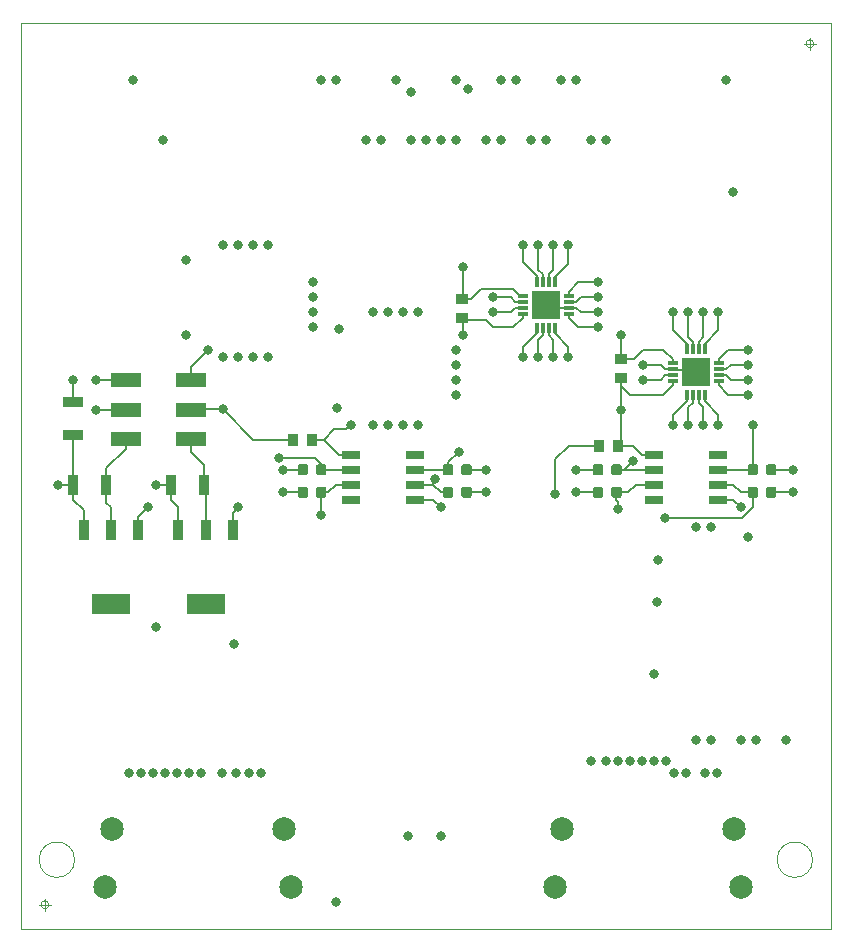
<source format=gbl>
%TF.GenerationSoftware,KiCad,Pcbnew,(5.1.5-0-10_14)*%
%TF.CreationDate,2020-01-10T14:35:19+01:00*%
%TF.ProjectId,adapter_hybrid_assister,61646170-7465-4725-9f68-79627269645f,rev?*%
%TF.SameCoordinates,PX6312cb0PY8accb70*%
%TF.FileFunction,Copper,L6,Bot*%
%TF.FilePolarity,Positive*%
%FSLAX45Y45*%
G04 Gerber Fmt 4.5, Leading zero omitted, Abs format (unit mm)*
G04 Created by KiCad (PCBNEW (5.1.5-0-10_14)) date 2020-01-10 14:35:19*
%MOMM*%
%LPD*%
G04 APERTURE LIST*
%TA.AperFunction,Profile*%
%ADD10C,0.050000*%
%TD*%
%TA.AperFunction,Profile*%
%ADD11C,0.100000*%
%TD*%
%TA.AperFunction,SMDPad,CuDef*%
%ADD12R,0.950000X1.000000*%
%TD*%
%TA.AperFunction,SMDPad,CuDef*%
%ADD13R,1.000000X0.950000*%
%TD*%
%TA.AperFunction,SMDPad,CuDef*%
%ADD14R,2.400000X2.400000*%
%TD*%
%TA.AperFunction,SMDPad,CuDef*%
%ADD15R,0.850000X0.300000*%
%TD*%
%TA.AperFunction,SMDPad,CuDef*%
%ADD16R,0.300000X0.850000*%
%TD*%
%TA.AperFunction,SMDPad,CuDef*%
%ADD17C,0.100000*%
%TD*%
%TA.AperFunction,SMDPad,CuDef*%
%ADD18R,0.914400X1.803400*%
%TD*%
%TA.AperFunction,SMDPad,CuDef*%
%ADD19R,1.803400X0.914400*%
%TD*%
%TA.AperFunction,ComponentPad*%
%ADD20C,1.995000*%
%TD*%
%TA.AperFunction,SMDPad,CuDef*%
%ADD21R,2.500000X1.200000*%
%TD*%
%TA.AperFunction,SMDPad,CuDef*%
%ADD22R,1.528000X0.650000*%
%TD*%
%TA.AperFunction,SMDPad,CuDef*%
%ADD23R,3.200000X1.750000*%
%TD*%
%TA.AperFunction,SMDPad,CuDef*%
%ADD24R,0.950000X1.750000*%
%TD*%
%TA.AperFunction,ViaPad*%
%ADD25C,0.800000*%
%TD*%
%TA.AperFunction,Conductor*%
%ADD26C,0.200000*%
%TD*%
G04 APERTURE END LIST*
D10*
X6713533Y7493000D02*
G75*
G03X6713533Y7493000I-33333J0D01*
G01*
X6630200Y7493000D02*
X6730200Y7493000D01*
X6680200Y7543000D02*
X6680200Y7443000D01*
X236533Y203200D02*
G75*
G03X236533Y203200I-33333J0D01*
G01*
X153200Y203200D02*
X253200Y203200D01*
X203200Y253200D02*
X203200Y153200D01*
X454800Y584200D02*
G75*
G03X454800Y584200I-150000J0D01*
G01*
X6703200Y584200D02*
G75*
G03X6703200Y584200I-150000J0D01*
G01*
X0Y0D02*
X0Y7670800D01*
X6858000Y7670800D02*
X6858000Y0D01*
D11*
X0Y7670800D02*
X6858000Y7670800D01*
X6858000Y0D02*
X0Y0D01*
D12*
%TO.P,C4,2*%
%TO.N,GNDREF*%
X2463800Y4140200D03*
%TO.P,C4,1*%
%TO.N,2.5V*%
X2303800Y4140200D03*
%TD*%
%TO.P,C5,2*%
%TO.N,GNDREF*%
X5054600Y4089400D03*
%TO.P,C5,1*%
%TO.N,2.5V*%
X4894600Y4089400D03*
%TD*%
D13*
%TO.P,C7,2*%
%TO.N,GNDREF*%
X3733800Y5174000D03*
%TO.P,C7,1*%
%TO.N,3.3V*%
X3733800Y5334000D03*
%TD*%
%TO.P,C9,2*%
%TO.N,GNDREF*%
X5080000Y4666000D03*
%TO.P,C9,1*%
%TO.N,3.3V*%
X5080000Y4826000D03*
%TD*%
D14*
%TO.P,U7,17*%
%TO.N,GNDREF*%
X4445000Y5283200D03*
D15*
%TO.P,U7,16*%
%TO.N,3.3V*%
X4640000Y5208200D03*
%TO.P,U7,15*%
%TO.N,GNDREF*%
X4640000Y5258200D03*
%TO.P,U7,14*%
%TO.N,3.3V*%
X4640000Y5308200D03*
%TO.P,U7,13*%
X4640000Y5358200D03*
D16*
%TO.P,U7,12*%
%TO.N,/D_OUT_M1_1P*%
X4520000Y5478200D03*
%TO.P,U7,11*%
%TO.N,/D_OUT_M1_1N*%
X4470000Y5478200D03*
%TO.P,U7,10*%
%TO.N,/D_OUT_M2_1P*%
X4420000Y5478200D03*
%TO.P,U7,9*%
%TO.N,/D_OUT_M2_1N*%
X4370000Y5478200D03*
D15*
%TO.P,U7,8*%
%TO.N,3.3V*%
X4250000Y5358200D03*
%TO.P,U7,7*%
%TO.N,GNDREF*%
X4250000Y5308200D03*
%TO.P,U7,6*%
%TO.N,EQ*%
X4250000Y5258200D03*
%TO.P,U7,5*%
%TO.N,GNDREF*%
X4250000Y5208200D03*
D16*
%TO.P,U7,4*%
%TO.N,H_DOUT_M2_1N*%
X4370000Y5088200D03*
%TO.P,U7,3*%
%TO.N,H_DOUT_M2_1P*%
X4420000Y5088200D03*
%TO.P,U7,2*%
%TO.N,H_DOUT_M1_1N*%
X4470000Y5088200D03*
%TO.P,U7,1*%
%TO.N,H_DOUT_M1_1P*%
X4520000Y5088200D03*
%TD*%
D14*
%TO.P,U9,17*%
%TO.N,GNDREF*%
X5715000Y4711700D03*
D15*
%TO.P,U9,16*%
%TO.N,3.3V*%
X5910000Y4636700D03*
%TO.P,U9,15*%
%TO.N,GNDREF*%
X5910000Y4686700D03*
%TO.P,U9,14*%
%TO.N,3.3V*%
X5910000Y4736700D03*
%TO.P,U9,13*%
X5910000Y4786700D03*
D16*
%TO.P,U9,12*%
%TO.N,D_OUT_M1_2P*%
X5790000Y4906700D03*
%TO.P,U9,11*%
%TO.N,D_OUT_M1_2N*%
X5740000Y4906700D03*
%TO.P,U9,10*%
%TO.N,D_OUT_M2_2P*%
X5690000Y4906700D03*
%TO.P,U9,9*%
%TO.N,D_OUT_M2_2N*%
X5640000Y4906700D03*
D15*
%TO.P,U9,8*%
%TO.N,3.3V*%
X5520000Y4786700D03*
%TO.P,U9,7*%
%TO.N,GNDREF*%
X5520000Y4736700D03*
%TO.P,U9,6*%
%TO.N,EQ*%
X5520000Y4686700D03*
%TO.P,U9,5*%
%TO.N,GNDREF*%
X5520000Y4636700D03*
D16*
%TO.P,U9,4*%
%TO.N,H_DOUT_M2_2N*%
X5640000Y4516700D03*
%TO.P,U9,3*%
%TO.N,H_DOUT_M2_2P*%
X5690000Y4516700D03*
%TO.P,U9,2*%
%TO.N,H_DOUT_M1_2N*%
X5740000Y4516700D03*
%TO.P,U9,1*%
%TO.N,H_DOUT_M1_2P*%
X5790000Y4516700D03*
%TD*%
%TA.AperFunction,SMDPad,CuDef*%
D17*
%TO.P,R41,2*%
%TO.N,SDA0B_1*%
G36*
X2567769Y3933595D02*
G01*
X2569893Y3933280D01*
X2571975Y3932758D01*
X2573996Y3932035D01*
X2575937Y3931117D01*
X2577778Y3930013D01*
X2579502Y3928735D01*
X2581093Y3927293D01*
X2582535Y3925702D01*
X2583813Y3923978D01*
X2584917Y3922137D01*
X2585835Y3920196D01*
X2586558Y3918175D01*
X2587080Y3916093D01*
X2587395Y3913969D01*
X2587500Y3911825D01*
X2587500Y3860575D01*
X2587395Y3858431D01*
X2587080Y3856307D01*
X2586558Y3854225D01*
X2585835Y3852204D01*
X2584917Y3850263D01*
X2583813Y3848422D01*
X2582535Y3846698D01*
X2581093Y3845107D01*
X2579502Y3843665D01*
X2577778Y3842387D01*
X2575937Y3841283D01*
X2573996Y3840365D01*
X2571975Y3839642D01*
X2569893Y3839120D01*
X2567769Y3838805D01*
X2565625Y3838700D01*
X2521875Y3838700D01*
X2519731Y3838805D01*
X2517607Y3839120D01*
X2515525Y3839642D01*
X2513504Y3840365D01*
X2511563Y3841283D01*
X2509722Y3842387D01*
X2507998Y3843665D01*
X2506407Y3845107D01*
X2504965Y3846698D01*
X2503687Y3848422D01*
X2502583Y3850263D01*
X2501665Y3852204D01*
X2500942Y3854225D01*
X2500420Y3856307D01*
X2500105Y3858431D01*
X2500000Y3860575D01*
X2500000Y3911825D01*
X2500105Y3913969D01*
X2500420Y3916093D01*
X2500942Y3918175D01*
X2501665Y3920196D01*
X2502583Y3922137D01*
X2503687Y3923978D01*
X2504965Y3925702D01*
X2506407Y3927293D01*
X2507998Y3928735D01*
X2509722Y3930013D01*
X2511563Y3931117D01*
X2513504Y3932035D01*
X2515525Y3932758D01*
X2517607Y3933280D01*
X2519731Y3933595D01*
X2521875Y3933700D01*
X2565625Y3933700D01*
X2567769Y3933595D01*
G37*
%TD.AperFunction*%
%TA.AperFunction,SMDPad,CuDef*%
%TO.P,R41,1*%
%TO.N,3.3V*%
G36*
X2410269Y3933595D02*
G01*
X2412393Y3933280D01*
X2414475Y3932758D01*
X2416496Y3932035D01*
X2418437Y3931117D01*
X2420278Y3930013D01*
X2422002Y3928735D01*
X2423593Y3927293D01*
X2425035Y3925702D01*
X2426313Y3923978D01*
X2427417Y3922137D01*
X2428335Y3920196D01*
X2429058Y3918175D01*
X2429580Y3916093D01*
X2429895Y3913969D01*
X2430000Y3911825D01*
X2430000Y3860575D01*
X2429895Y3858431D01*
X2429580Y3856307D01*
X2429058Y3854225D01*
X2428335Y3852204D01*
X2427417Y3850263D01*
X2426313Y3848422D01*
X2425035Y3846698D01*
X2423593Y3845107D01*
X2422002Y3843665D01*
X2420278Y3842387D01*
X2418437Y3841283D01*
X2416496Y3840365D01*
X2414475Y3839642D01*
X2412393Y3839120D01*
X2410269Y3838805D01*
X2408125Y3838700D01*
X2364375Y3838700D01*
X2362231Y3838805D01*
X2360107Y3839120D01*
X2358025Y3839642D01*
X2356004Y3840365D01*
X2354063Y3841283D01*
X2352222Y3842387D01*
X2350498Y3843665D01*
X2348907Y3845107D01*
X2347465Y3846698D01*
X2346187Y3848422D01*
X2345083Y3850263D01*
X2344165Y3852204D01*
X2343442Y3854225D01*
X2342920Y3856307D01*
X2342605Y3858431D01*
X2342500Y3860575D01*
X2342500Y3911825D01*
X2342605Y3913969D01*
X2342920Y3916093D01*
X2343442Y3918175D01*
X2344165Y3920196D01*
X2345083Y3922137D01*
X2346187Y3923978D01*
X2347465Y3925702D01*
X2348907Y3927293D01*
X2350498Y3928735D01*
X2352222Y3930013D01*
X2354063Y3931117D01*
X2356004Y3932035D01*
X2358025Y3932758D01*
X2360107Y3933280D01*
X2362231Y3933595D01*
X2364375Y3933700D01*
X2408125Y3933700D01*
X2410269Y3933595D01*
G37*
%TD.AperFunction*%
%TD*%
%TA.AperFunction,SMDPad,CuDef*%
%TO.P,R42,2*%
%TO.N,SCL0B_1*%
G36*
X3639769Y3933595D02*
G01*
X3641893Y3933280D01*
X3643975Y3932758D01*
X3645996Y3932035D01*
X3647937Y3931117D01*
X3649778Y3930013D01*
X3651502Y3928735D01*
X3653093Y3927293D01*
X3654535Y3925702D01*
X3655813Y3923978D01*
X3656917Y3922137D01*
X3657835Y3920196D01*
X3658558Y3918175D01*
X3659080Y3916093D01*
X3659395Y3913969D01*
X3659500Y3911825D01*
X3659500Y3860575D01*
X3659395Y3858431D01*
X3659080Y3856307D01*
X3658558Y3854225D01*
X3657835Y3852204D01*
X3656917Y3850263D01*
X3655813Y3848422D01*
X3654535Y3846698D01*
X3653093Y3845107D01*
X3651502Y3843665D01*
X3649778Y3842387D01*
X3647937Y3841283D01*
X3645996Y3840365D01*
X3643975Y3839642D01*
X3641893Y3839120D01*
X3639769Y3838805D01*
X3637625Y3838700D01*
X3593875Y3838700D01*
X3591731Y3838805D01*
X3589607Y3839120D01*
X3587525Y3839642D01*
X3585504Y3840365D01*
X3583563Y3841283D01*
X3581722Y3842387D01*
X3579998Y3843665D01*
X3578407Y3845107D01*
X3576965Y3846698D01*
X3575687Y3848422D01*
X3574583Y3850263D01*
X3573665Y3852204D01*
X3572942Y3854225D01*
X3572420Y3856307D01*
X3572105Y3858431D01*
X3572000Y3860575D01*
X3572000Y3911825D01*
X3572105Y3913969D01*
X3572420Y3916093D01*
X3572942Y3918175D01*
X3573665Y3920196D01*
X3574583Y3922137D01*
X3575687Y3923978D01*
X3576965Y3925702D01*
X3578407Y3927293D01*
X3579998Y3928735D01*
X3581722Y3930013D01*
X3583563Y3931117D01*
X3585504Y3932035D01*
X3587525Y3932758D01*
X3589607Y3933280D01*
X3591731Y3933595D01*
X3593875Y3933700D01*
X3637625Y3933700D01*
X3639769Y3933595D01*
G37*
%TD.AperFunction*%
%TA.AperFunction,SMDPad,CuDef*%
%TO.P,R42,1*%
%TO.N,3.3V*%
G36*
X3797269Y3933595D02*
G01*
X3799393Y3933280D01*
X3801475Y3932758D01*
X3803496Y3932035D01*
X3805437Y3931117D01*
X3807278Y3930013D01*
X3809002Y3928735D01*
X3810593Y3927293D01*
X3812035Y3925702D01*
X3813313Y3923978D01*
X3814417Y3922137D01*
X3815335Y3920196D01*
X3816058Y3918175D01*
X3816580Y3916093D01*
X3816895Y3913969D01*
X3817000Y3911825D01*
X3817000Y3860575D01*
X3816895Y3858431D01*
X3816580Y3856307D01*
X3816058Y3854225D01*
X3815335Y3852204D01*
X3814417Y3850263D01*
X3813313Y3848422D01*
X3812035Y3846698D01*
X3810593Y3845107D01*
X3809002Y3843665D01*
X3807278Y3842387D01*
X3805437Y3841283D01*
X3803496Y3840365D01*
X3801475Y3839642D01*
X3799393Y3839120D01*
X3797269Y3838805D01*
X3795125Y3838700D01*
X3751375Y3838700D01*
X3749231Y3838805D01*
X3747107Y3839120D01*
X3745025Y3839642D01*
X3743004Y3840365D01*
X3741063Y3841283D01*
X3739222Y3842387D01*
X3737498Y3843665D01*
X3735907Y3845107D01*
X3734465Y3846698D01*
X3733187Y3848422D01*
X3732083Y3850263D01*
X3731165Y3852204D01*
X3730442Y3854225D01*
X3729920Y3856307D01*
X3729605Y3858431D01*
X3729500Y3860575D01*
X3729500Y3911825D01*
X3729605Y3913969D01*
X3729920Y3916093D01*
X3730442Y3918175D01*
X3731165Y3920196D01*
X3732083Y3922137D01*
X3733187Y3923978D01*
X3734465Y3925702D01*
X3735907Y3927293D01*
X3737498Y3928735D01*
X3739222Y3930013D01*
X3741063Y3931117D01*
X3743004Y3932035D01*
X3745025Y3932758D01*
X3747107Y3933280D01*
X3749231Y3933595D01*
X3751375Y3933700D01*
X3795125Y3933700D01*
X3797269Y3933595D01*
G37*
%TD.AperFunction*%
%TD*%
%TA.AperFunction,SMDPad,CuDef*%
%TO.P,R43,2*%
%TO.N,H_SDA0B_1*%
G36*
X2567769Y3743095D02*
G01*
X2569893Y3742780D01*
X2571975Y3742258D01*
X2573996Y3741535D01*
X2575937Y3740617D01*
X2577778Y3739513D01*
X2579502Y3738235D01*
X2581093Y3736793D01*
X2582535Y3735202D01*
X2583813Y3733478D01*
X2584917Y3731637D01*
X2585835Y3729696D01*
X2586558Y3727675D01*
X2587080Y3725593D01*
X2587395Y3723469D01*
X2587500Y3721325D01*
X2587500Y3670075D01*
X2587395Y3667931D01*
X2587080Y3665807D01*
X2586558Y3663725D01*
X2585835Y3661704D01*
X2584917Y3659763D01*
X2583813Y3657922D01*
X2582535Y3656198D01*
X2581093Y3654607D01*
X2579502Y3653165D01*
X2577778Y3651887D01*
X2575937Y3650783D01*
X2573996Y3649865D01*
X2571975Y3649142D01*
X2569893Y3648620D01*
X2567769Y3648305D01*
X2565625Y3648200D01*
X2521875Y3648200D01*
X2519731Y3648305D01*
X2517607Y3648620D01*
X2515525Y3649142D01*
X2513504Y3649865D01*
X2511563Y3650783D01*
X2509722Y3651887D01*
X2507998Y3653165D01*
X2506407Y3654607D01*
X2504965Y3656198D01*
X2503687Y3657922D01*
X2502583Y3659763D01*
X2501665Y3661704D01*
X2500942Y3663725D01*
X2500420Y3665807D01*
X2500105Y3667931D01*
X2500000Y3670075D01*
X2500000Y3721325D01*
X2500105Y3723469D01*
X2500420Y3725593D01*
X2500942Y3727675D01*
X2501665Y3729696D01*
X2502583Y3731637D01*
X2503687Y3733478D01*
X2504965Y3735202D01*
X2506407Y3736793D01*
X2507998Y3738235D01*
X2509722Y3739513D01*
X2511563Y3740617D01*
X2513504Y3741535D01*
X2515525Y3742258D01*
X2517607Y3742780D01*
X2519731Y3743095D01*
X2521875Y3743200D01*
X2565625Y3743200D01*
X2567769Y3743095D01*
G37*
%TD.AperFunction*%
%TA.AperFunction,SMDPad,CuDef*%
%TO.P,R43,1*%
%TO.N,2.5V*%
G36*
X2410269Y3743095D02*
G01*
X2412393Y3742780D01*
X2414475Y3742258D01*
X2416496Y3741535D01*
X2418437Y3740617D01*
X2420278Y3739513D01*
X2422002Y3738235D01*
X2423593Y3736793D01*
X2425035Y3735202D01*
X2426313Y3733478D01*
X2427417Y3731637D01*
X2428335Y3729696D01*
X2429058Y3727675D01*
X2429580Y3725593D01*
X2429895Y3723469D01*
X2430000Y3721325D01*
X2430000Y3670075D01*
X2429895Y3667931D01*
X2429580Y3665807D01*
X2429058Y3663725D01*
X2428335Y3661704D01*
X2427417Y3659763D01*
X2426313Y3657922D01*
X2425035Y3656198D01*
X2423593Y3654607D01*
X2422002Y3653165D01*
X2420278Y3651887D01*
X2418437Y3650783D01*
X2416496Y3649865D01*
X2414475Y3649142D01*
X2412393Y3648620D01*
X2410269Y3648305D01*
X2408125Y3648200D01*
X2364375Y3648200D01*
X2362231Y3648305D01*
X2360107Y3648620D01*
X2358025Y3649142D01*
X2356004Y3649865D01*
X2354063Y3650783D01*
X2352222Y3651887D01*
X2350498Y3653165D01*
X2348907Y3654607D01*
X2347465Y3656198D01*
X2346187Y3657922D01*
X2345083Y3659763D01*
X2344165Y3661704D01*
X2343442Y3663725D01*
X2342920Y3665807D01*
X2342605Y3667931D01*
X2342500Y3670075D01*
X2342500Y3721325D01*
X2342605Y3723469D01*
X2342920Y3725593D01*
X2343442Y3727675D01*
X2344165Y3729696D01*
X2345083Y3731637D01*
X2346187Y3733478D01*
X2347465Y3735202D01*
X2348907Y3736793D01*
X2350498Y3738235D01*
X2352222Y3739513D01*
X2354063Y3740617D01*
X2356004Y3741535D01*
X2358025Y3742258D01*
X2360107Y3742780D01*
X2362231Y3743095D01*
X2364375Y3743200D01*
X2408125Y3743200D01*
X2410269Y3743095D01*
G37*
%TD.AperFunction*%
%TD*%
%TA.AperFunction,SMDPad,CuDef*%
%TO.P,R44,2*%
%TO.N,H_SCL0B_1*%
G36*
X3639769Y3743095D02*
G01*
X3641893Y3742780D01*
X3643975Y3742258D01*
X3645996Y3741535D01*
X3647937Y3740617D01*
X3649778Y3739513D01*
X3651502Y3738235D01*
X3653093Y3736793D01*
X3654535Y3735202D01*
X3655813Y3733478D01*
X3656917Y3731637D01*
X3657835Y3729696D01*
X3658558Y3727675D01*
X3659080Y3725593D01*
X3659395Y3723469D01*
X3659500Y3721325D01*
X3659500Y3670075D01*
X3659395Y3667931D01*
X3659080Y3665807D01*
X3658558Y3663725D01*
X3657835Y3661704D01*
X3656917Y3659763D01*
X3655813Y3657922D01*
X3654535Y3656198D01*
X3653093Y3654607D01*
X3651502Y3653165D01*
X3649778Y3651887D01*
X3647937Y3650783D01*
X3645996Y3649865D01*
X3643975Y3649142D01*
X3641893Y3648620D01*
X3639769Y3648305D01*
X3637625Y3648200D01*
X3593875Y3648200D01*
X3591731Y3648305D01*
X3589607Y3648620D01*
X3587525Y3649142D01*
X3585504Y3649865D01*
X3583563Y3650783D01*
X3581722Y3651887D01*
X3579998Y3653165D01*
X3578407Y3654607D01*
X3576965Y3656198D01*
X3575687Y3657922D01*
X3574583Y3659763D01*
X3573665Y3661704D01*
X3572942Y3663725D01*
X3572420Y3665807D01*
X3572105Y3667931D01*
X3572000Y3670075D01*
X3572000Y3721325D01*
X3572105Y3723469D01*
X3572420Y3725593D01*
X3572942Y3727675D01*
X3573665Y3729696D01*
X3574583Y3731637D01*
X3575687Y3733478D01*
X3576965Y3735202D01*
X3578407Y3736793D01*
X3579998Y3738235D01*
X3581722Y3739513D01*
X3583563Y3740617D01*
X3585504Y3741535D01*
X3587525Y3742258D01*
X3589607Y3742780D01*
X3591731Y3743095D01*
X3593875Y3743200D01*
X3637625Y3743200D01*
X3639769Y3743095D01*
G37*
%TD.AperFunction*%
%TA.AperFunction,SMDPad,CuDef*%
%TO.P,R44,1*%
%TO.N,2.5V*%
G36*
X3797269Y3743095D02*
G01*
X3799393Y3742780D01*
X3801475Y3742258D01*
X3803496Y3741535D01*
X3805437Y3740617D01*
X3807278Y3739513D01*
X3809002Y3738235D01*
X3810593Y3736793D01*
X3812035Y3735202D01*
X3813313Y3733478D01*
X3814417Y3731637D01*
X3815335Y3729696D01*
X3816058Y3727675D01*
X3816580Y3725593D01*
X3816895Y3723469D01*
X3817000Y3721325D01*
X3817000Y3670075D01*
X3816895Y3667931D01*
X3816580Y3665807D01*
X3816058Y3663725D01*
X3815335Y3661704D01*
X3814417Y3659763D01*
X3813313Y3657922D01*
X3812035Y3656198D01*
X3810593Y3654607D01*
X3809002Y3653165D01*
X3807278Y3651887D01*
X3805437Y3650783D01*
X3803496Y3649865D01*
X3801475Y3649142D01*
X3799393Y3648620D01*
X3797269Y3648305D01*
X3795125Y3648200D01*
X3751375Y3648200D01*
X3749231Y3648305D01*
X3747107Y3648620D01*
X3745025Y3649142D01*
X3743004Y3649865D01*
X3741063Y3650783D01*
X3739222Y3651887D01*
X3737498Y3653165D01*
X3735907Y3654607D01*
X3734465Y3656198D01*
X3733187Y3657922D01*
X3732083Y3659763D01*
X3731165Y3661704D01*
X3730442Y3663725D01*
X3729920Y3665807D01*
X3729605Y3667931D01*
X3729500Y3670075D01*
X3729500Y3721325D01*
X3729605Y3723469D01*
X3729920Y3725593D01*
X3730442Y3727675D01*
X3731165Y3729696D01*
X3732083Y3731637D01*
X3733187Y3733478D01*
X3734465Y3735202D01*
X3735907Y3736793D01*
X3737498Y3738235D01*
X3739222Y3739513D01*
X3741063Y3740617D01*
X3743004Y3741535D01*
X3745025Y3742258D01*
X3747107Y3742780D01*
X3749231Y3743095D01*
X3751375Y3743200D01*
X3795125Y3743200D01*
X3797269Y3743095D01*
G37*
%TD.AperFunction*%
%TD*%
%TA.AperFunction,SMDPad,CuDef*%
%TO.P,R51,2*%
%TO.N,SDA0B_2*%
G36*
X5067269Y3933595D02*
G01*
X5069393Y3933280D01*
X5071475Y3932758D01*
X5073496Y3932035D01*
X5075437Y3931117D01*
X5077278Y3930013D01*
X5079002Y3928735D01*
X5080593Y3927293D01*
X5082035Y3925702D01*
X5083313Y3923978D01*
X5084417Y3922137D01*
X5085335Y3920196D01*
X5086058Y3918175D01*
X5086580Y3916093D01*
X5086895Y3913969D01*
X5087000Y3911825D01*
X5087000Y3860575D01*
X5086895Y3858431D01*
X5086580Y3856307D01*
X5086058Y3854225D01*
X5085335Y3852204D01*
X5084417Y3850263D01*
X5083313Y3848422D01*
X5082035Y3846698D01*
X5080593Y3845107D01*
X5079002Y3843665D01*
X5077278Y3842387D01*
X5075437Y3841283D01*
X5073496Y3840365D01*
X5071475Y3839642D01*
X5069393Y3839120D01*
X5067269Y3838805D01*
X5065125Y3838700D01*
X5021375Y3838700D01*
X5019231Y3838805D01*
X5017107Y3839120D01*
X5015025Y3839642D01*
X5013004Y3840365D01*
X5011063Y3841283D01*
X5009222Y3842387D01*
X5007498Y3843665D01*
X5005907Y3845107D01*
X5004465Y3846698D01*
X5003187Y3848422D01*
X5002083Y3850263D01*
X5001165Y3852204D01*
X5000442Y3854225D01*
X4999920Y3856307D01*
X4999605Y3858431D01*
X4999500Y3860575D01*
X4999500Y3911825D01*
X4999605Y3913969D01*
X4999920Y3916093D01*
X5000442Y3918175D01*
X5001165Y3920196D01*
X5002083Y3922137D01*
X5003187Y3923978D01*
X5004465Y3925702D01*
X5005907Y3927293D01*
X5007498Y3928735D01*
X5009222Y3930013D01*
X5011063Y3931117D01*
X5013004Y3932035D01*
X5015025Y3932758D01*
X5017107Y3933280D01*
X5019231Y3933595D01*
X5021375Y3933700D01*
X5065125Y3933700D01*
X5067269Y3933595D01*
G37*
%TD.AperFunction*%
%TA.AperFunction,SMDPad,CuDef*%
%TO.P,R51,1*%
%TO.N,3.3V*%
G36*
X4909769Y3933595D02*
G01*
X4911893Y3933280D01*
X4913975Y3932758D01*
X4915996Y3932035D01*
X4917937Y3931117D01*
X4919778Y3930013D01*
X4921502Y3928735D01*
X4923093Y3927293D01*
X4924535Y3925702D01*
X4925813Y3923978D01*
X4926917Y3922137D01*
X4927835Y3920196D01*
X4928558Y3918175D01*
X4929080Y3916093D01*
X4929395Y3913969D01*
X4929500Y3911825D01*
X4929500Y3860575D01*
X4929395Y3858431D01*
X4929080Y3856307D01*
X4928558Y3854225D01*
X4927835Y3852204D01*
X4926917Y3850263D01*
X4925813Y3848422D01*
X4924535Y3846698D01*
X4923093Y3845107D01*
X4921502Y3843665D01*
X4919778Y3842387D01*
X4917937Y3841283D01*
X4915996Y3840365D01*
X4913975Y3839642D01*
X4911893Y3839120D01*
X4909769Y3838805D01*
X4907625Y3838700D01*
X4863875Y3838700D01*
X4861731Y3838805D01*
X4859607Y3839120D01*
X4857525Y3839642D01*
X4855504Y3840365D01*
X4853563Y3841283D01*
X4851722Y3842387D01*
X4849998Y3843665D01*
X4848407Y3845107D01*
X4846965Y3846698D01*
X4845687Y3848422D01*
X4844583Y3850263D01*
X4843665Y3852204D01*
X4842942Y3854225D01*
X4842420Y3856307D01*
X4842105Y3858431D01*
X4842000Y3860575D01*
X4842000Y3911825D01*
X4842105Y3913969D01*
X4842420Y3916093D01*
X4842942Y3918175D01*
X4843665Y3920196D01*
X4844583Y3922137D01*
X4845687Y3923978D01*
X4846965Y3925702D01*
X4848407Y3927293D01*
X4849998Y3928735D01*
X4851722Y3930013D01*
X4853563Y3931117D01*
X4855504Y3932035D01*
X4857525Y3932758D01*
X4859607Y3933280D01*
X4861731Y3933595D01*
X4863875Y3933700D01*
X4907625Y3933700D01*
X4909769Y3933595D01*
G37*
%TD.AperFunction*%
%TD*%
%TA.AperFunction,SMDPad,CuDef*%
%TO.P,R52,2*%
%TO.N,SCL0B_2*%
G36*
X6220269Y3933595D02*
G01*
X6222393Y3933280D01*
X6224475Y3932758D01*
X6226496Y3932035D01*
X6228437Y3931117D01*
X6230278Y3930013D01*
X6232002Y3928735D01*
X6233593Y3927293D01*
X6235035Y3925702D01*
X6236313Y3923978D01*
X6237417Y3922137D01*
X6238335Y3920196D01*
X6239058Y3918175D01*
X6239580Y3916093D01*
X6239895Y3913969D01*
X6240000Y3911825D01*
X6240000Y3860575D01*
X6239895Y3858431D01*
X6239580Y3856307D01*
X6239058Y3854225D01*
X6238335Y3852204D01*
X6237417Y3850263D01*
X6236313Y3848422D01*
X6235035Y3846698D01*
X6233593Y3845107D01*
X6232002Y3843665D01*
X6230278Y3842387D01*
X6228437Y3841283D01*
X6226496Y3840365D01*
X6224475Y3839642D01*
X6222393Y3839120D01*
X6220269Y3838805D01*
X6218125Y3838700D01*
X6174375Y3838700D01*
X6172231Y3838805D01*
X6170107Y3839120D01*
X6168025Y3839642D01*
X6166004Y3840365D01*
X6164063Y3841283D01*
X6162222Y3842387D01*
X6160498Y3843665D01*
X6158907Y3845107D01*
X6157465Y3846698D01*
X6156187Y3848422D01*
X6155083Y3850263D01*
X6154165Y3852204D01*
X6153442Y3854225D01*
X6152920Y3856307D01*
X6152605Y3858431D01*
X6152500Y3860575D01*
X6152500Y3911825D01*
X6152605Y3913969D01*
X6152920Y3916093D01*
X6153442Y3918175D01*
X6154165Y3920196D01*
X6155083Y3922137D01*
X6156187Y3923978D01*
X6157465Y3925702D01*
X6158907Y3927293D01*
X6160498Y3928735D01*
X6162222Y3930013D01*
X6164063Y3931117D01*
X6166004Y3932035D01*
X6168025Y3932758D01*
X6170107Y3933280D01*
X6172231Y3933595D01*
X6174375Y3933700D01*
X6218125Y3933700D01*
X6220269Y3933595D01*
G37*
%TD.AperFunction*%
%TA.AperFunction,SMDPad,CuDef*%
%TO.P,R52,1*%
%TO.N,3.3V*%
G36*
X6377769Y3933595D02*
G01*
X6379893Y3933280D01*
X6381975Y3932758D01*
X6383996Y3932035D01*
X6385937Y3931117D01*
X6387778Y3930013D01*
X6389502Y3928735D01*
X6391093Y3927293D01*
X6392535Y3925702D01*
X6393813Y3923978D01*
X6394917Y3922137D01*
X6395835Y3920196D01*
X6396558Y3918175D01*
X6397080Y3916093D01*
X6397395Y3913969D01*
X6397500Y3911825D01*
X6397500Y3860575D01*
X6397395Y3858431D01*
X6397080Y3856307D01*
X6396558Y3854225D01*
X6395835Y3852204D01*
X6394917Y3850263D01*
X6393813Y3848422D01*
X6392535Y3846698D01*
X6391093Y3845107D01*
X6389502Y3843665D01*
X6387778Y3842387D01*
X6385937Y3841283D01*
X6383996Y3840365D01*
X6381975Y3839642D01*
X6379893Y3839120D01*
X6377769Y3838805D01*
X6375625Y3838700D01*
X6331875Y3838700D01*
X6329731Y3838805D01*
X6327607Y3839120D01*
X6325525Y3839642D01*
X6323504Y3840365D01*
X6321563Y3841283D01*
X6319722Y3842387D01*
X6317998Y3843665D01*
X6316407Y3845107D01*
X6314965Y3846698D01*
X6313687Y3848422D01*
X6312583Y3850263D01*
X6311665Y3852204D01*
X6310942Y3854225D01*
X6310420Y3856307D01*
X6310105Y3858431D01*
X6310000Y3860575D01*
X6310000Y3911825D01*
X6310105Y3913969D01*
X6310420Y3916093D01*
X6310942Y3918175D01*
X6311665Y3920196D01*
X6312583Y3922137D01*
X6313687Y3923978D01*
X6314965Y3925702D01*
X6316407Y3927293D01*
X6317998Y3928735D01*
X6319722Y3930013D01*
X6321563Y3931117D01*
X6323504Y3932035D01*
X6325525Y3932758D01*
X6327607Y3933280D01*
X6329731Y3933595D01*
X6331875Y3933700D01*
X6375625Y3933700D01*
X6377769Y3933595D01*
G37*
%TD.AperFunction*%
%TD*%
%TA.AperFunction,SMDPad,CuDef*%
%TO.P,R53,2*%
%TO.N,H_SDA0B_2*%
G36*
X5067269Y3743095D02*
G01*
X5069393Y3742780D01*
X5071475Y3742258D01*
X5073496Y3741535D01*
X5075437Y3740617D01*
X5077278Y3739513D01*
X5079002Y3738235D01*
X5080593Y3736793D01*
X5082035Y3735202D01*
X5083313Y3733478D01*
X5084417Y3731637D01*
X5085335Y3729696D01*
X5086058Y3727675D01*
X5086580Y3725593D01*
X5086895Y3723469D01*
X5087000Y3721325D01*
X5087000Y3670075D01*
X5086895Y3667931D01*
X5086580Y3665807D01*
X5086058Y3663725D01*
X5085335Y3661704D01*
X5084417Y3659763D01*
X5083313Y3657922D01*
X5082035Y3656198D01*
X5080593Y3654607D01*
X5079002Y3653165D01*
X5077278Y3651887D01*
X5075437Y3650783D01*
X5073496Y3649865D01*
X5071475Y3649142D01*
X5069393Y3648620D01*
X5067269Y3648305D01*
X5065125Y3648200D01*
X5021375Y3648200D01*
X5019231Y3648305D01*
X5017107Y3648620D01*
X5015025Y3649142D01*
X5013004Y3649865D01*
X5011063Y3650783D01*
X5009222Y3651887D01*
X5007498Y3653165D01*
X5005907Y3654607D01*
X5004465Y3656198D01*
X5003187Y3657922D01*
X5002083Y3659763D01*
X5001165Y3661704D01*
X5000442Y3663725D01*
X4999920Y3665807D01*
X4999605Y3667931D01*
X4999500Y3670075D01*
X4999500Y3721325D01*
X4999605Y3723469D01*
X4999920Y3725593D01*
X5000442Y3727675D01*
X5001165Y3729696D01*
X5002083Y3731637D01*
X5003187Y3733478D01*
X5004465Y3735202D01*
X5005907Y3736793D01*
X5007498Y3738235D01*
X5009222Y3739513D01*
X5011063Y3740617D01*
X5013004Y3741535D01*
X5015025Y3742258D01*
X5017107Y3742780D01*
X5019231Y3743095D01*
X5021375Y3743200D01*
X5065125Y3743200D01*
X5067269Y3743095D01*
G37*
%TD.AperFunction*%
%TA.AperFunction,SMDPad,CuDef*%
%TO.P,R53,1*%
%TO.N,2.5V*%
G36*
X4909769Y3743095D02*
G01*
X4911893Y3742780D01*
X4913975Y3742258D01*
X4915996Y3741535D01*
X4917937Y3740617D01*
X4919778Y3739513D01*
X4921502Y3738235D01*
X4923093Y3736793D01*
X4924535Y3735202D01*
X4925813Y3733478D01*
X4926917Y3731637D01*
X4927835Y3729696D01*
X4928558Y3727675D01*
X4929080Y3725593D01*
X4929395Y3723469D01*
X4929500Y3721325D01*
X4929500Y3670075D01*
X4929395Y3667931D01*
X4929080Y3665807D01*
X4928558Y3663725D01*
X4927835Y3661704D01*
X4926917Y3659763D01*
X4925813Y3657922D01*
X4924535Y3656198D01*
X4923093Y3654607D01*
X4921502Y3653165D01*
X4919778Y3651887D01*
X4917937Y3650783D01*
X4915996Y3649865D01*
X4913975Y3649142D01*
X4911893Y3648620D01*
X4909769Y3648305D01*
X4907625Y3648200D01*
X4863875Y3648200D01*
X4861731Y3648305D01*
X4859607Y3648620D01*
X4857525Y3649142D01*
X4855504Y3649865D01*
X4853563Y3650783D01*
X4851722Y3651887D01*
X4849998Y3653165D01*
X4848407Y3654607D01*
X4846965Y3656198D01*
X4845687Y3657922D01*
X4844583Y3659763D01*
X4843665Y3661704D01*
X4842942Y3663725D01*
X4842420Y3665807D01*
X4842105Y3667931D01*
X4842000Y3670075D01*
X4842000Y3721325D01*
X4842105Y3723469D01*
X4842420Y3725593D01*
X4842942Y3727675D01*
X4843665Y3729696D01*
X4844583Y3731637D01*
X4845687Y3733478D01*
X4846965Y3735202D01*
X4848407Y3736793D01*
X4849998Y3738235D01*
X4851722Y3739513D01*
X4853563Y3740617D01*
X4855504Y3741535D01*
X4857525Y3742258D01*
X4859607Y3742780D01*
X4861731Y3743095D01*
X4863875Y3743200D01*
X4907625Y3743200D01*
X4909769Y3743095D01*
G37*
%TD.AperFunction*%
%TD*%
%TA.AperFunction,SMDPad,CuDef*%
%TO.P,R54,2*%
%TO.N,H_SCL0B_2*%
G36*
X6220269Y3743095D02*
G01*
X6222393Y3742780D01*
X6224475Y3742258D01*
X6226496Y3741535D01*
X6228437Y3740617D01*
X6230278Y3739513D01*
X6232002Y3738235D01*
X6233593Y3736793D01*
X6235035Y3735202D01*
X6236313Y3733478D01*
X6237417Y3731637D01*
X6238335Y3729696D01*
X6239058Y3727675D01*
X6239580Y3725593D01*
X6239895Y3723469D01*
X6240000Y3721325D01*
X6240000Y3670075D01*
X6239895Y3667931D01*
X6239580Y3665807D01*
X6239058Y3663725D01*
X6238335Y3661704D01*
X6237417Y3659763D01*
X6236313Y3657922D01*
X6235035Y3656198D01*
X6233593Y3654607D01*
X6232002Y3653165D01*
X6230278Y3651887D01*
X6228437Y3650783D01*
X6226496Y3649865D01*
X6224475Y3649142D01*
X6222393Y3648620D01*
X6220269Y3648305D01*
X6218125Y3648200D01*
X6174375Y3648200D01*
X6172231Y3648305D01*
X6170107Y3648620D01*
X6168025Y3649142D01*
X6166004Y3649865D01*
X6164063Y3650783D01*
X6162222Y3651887D01*
X6160498Y3653165D01*
X6158907Y3654607D01*
X6157465Y3656198D01*
X6156187Y3657922D01*
X6155083Y3659763D01*
X6154165Y3661704D01*
X6153442Y3663725D01*
X6152920Y3665807D01*
X6152605Y3667931D01*
X6152500Y3670075D01*
X6152500Y3721325D01*
X6152605Y3723469D01*
X6152920Y3725593D01*
X6153442Y3727675D01*
X6154165Y3729696D01*
X6155083Y3731637D01*
X6156187Y3733478D01*
X6157465Y3735202D01*
X6158907Y3736793D01*
X6160498Y3738235D01*
X6162222Y3739513D01*
X6164063Y3740617D01*
X6166004Y3741535D01*
X6168025Y3742258D01*
X6170107Y3742780D01*
X6172231Y3743095D01*
X6174375Y3743200D01*
X6218125Y3743200D01*
X6220269Y3743095D01*
G37*
%TD.AperFunction*%
%TA.AperFunction,SMDPad,CuDef*%
%TO.P,R54,1*%
%TO.N,2.5V*%
G36*
X6377769Y3743095D02*
G01*
X6379893Y3742780D01*
X6381975Y3742258D01*
X6383996Y3741535D01*
X6385937Y3740617D01*
X6387778Y3739513D01*
X6389502Y3738235D01*
X6391093Y3736793D01*
X6392535Y3735202D01*
X6393813Y3733478D01*
X6394917Y3731637D01*
X6395835Y3729696D01*
X6396558Y3727675D01*
X6397080Y3725593D01*
X6397395Y3723469D01*
X6397500Y3721325D01*
X6397500Y3670075D01*
X6397395Y3667931D01*
X6397080Y3665807D01*
X6396558Y3663725D01*
X6395835Y3661704D01*
X6394917Y3659763D01*
X6393813Y3657922D01*
X6392535Y3656198D01*
X6391093Y3654607D01*
X6389502Y3653165D01*
X6387778Y3651887D01*
X6385937Y3650783D01*
X6383996Y3649865D01*
X6381975Y3649142D01*
X6379893Y3648620D01*
X6377769Y3648305D01*
X6375625Y3648200D01*
X6331875Y3648200D01*
X6329731Y3648305D01*
X6327607Y3648620D01*
X6325525Y3649142D01*
X6323504Y3649865D01*
X6321563Y3650783D01*
X6319722Y3651887D01*
X6317998Y3653165D01*
X6316407Y3654607D01*
X6314965Y3656198D01*
X6313687Y3657922D01*
X6312583Y3659763D01*
X6311665Y3661704D01*
X6310942Y3663725D01*
X6310420Y3665807D01*
X6310105Y3667931D01*
X6310000Y3670075D01*
X6310000Y3721325D01*
X6310105Y3723469D01*
X6310420Y3725593D01*
X6310942Y3727675D01*
X6311665Y3729696D01*
X6312583Y3731637D01*
X6313687Y3733478D01*
X6314965Y3735202D01*
X6316407Y3736793D01*
X6317998Y3738235D01*
X6319722Y3739513D01*
X6321563Y3740617D01*
X6323504Y3741535D01*
X6325525Y3742258D01*
X6327607Y3742780D01*
X6329731Y3743095D01*
X6331875Y3743200D01*
X6375625Y3743200D01*
X6377769Y3743095D01*
G37*
%TD.AperFunction*%
%TD*%
D18*
%TO.P,C2,2*%
%TO.N,GNDREF*%
X444500Y3759200D03*
%TO.P,C2,1*%
%TO.N,3.3V_Supply*%
X723900Y3759200D03*
%TD*%
%TO.P,C3,2*%
%TO.N,GNDREF*%
X1270000Y3759200D03*
%TO.P,C3,1*%
%TO.N,2.5V_Supply*%
X1549400Y3759200D03*
%TD*%
D19*
%TO.P,C1,2*%
%TO.N,GNDREF*%
X444500Y4178300D03*
%TO.P,C1,1*%
%TO.N,/5.0V*%
X444500Y4457700D03*
%TD*%
D20*
%TO.P,J4,MH4*%
%TO.N,GNDREF*%
X6093900Y353800D03*
%TO.P,J4,MH3*%
X4523900Y353800D03*
%TO.P,J4,MH2*%
X6033900Y843800D03*
%TO.P,J4,MH1*%
X4583900Y843800D03*
%TD*%
%TO.P,J3,MH4*%
%TO.N,GNDREF*%
X2283900Y353800D03*
%TO.P,J3,MH3*%
X713900Y353800D03*
%TO.P,J3,MH2*%
X2223900Y843800D03*
%TO.P,J3,MH1*%
X773900Y843800D03*
%TD*%
D21*
%TO.P,S1,4*%
%TO.N,3.3V_FMC*%
X889000Y4644200D03*
%TO.P,S1,5*%
%TO.N,3.3V*%
X889000Y4394200D03*
%TO.P,S1,6*%
%TO.N,3.3V_Supply*%
X889000Y4144200D03*
%TO.P,S1,3*%
%TO.N,2.5V_Supply*%
X1439000Y4144200D03*
%TO.P,S1,2*%
%TO.N,2.5V*%
X1439000Y4394200D03*
%TO.P,S1,1*%
%TO.N,2.5V_VADJ_FMC*%
X1439000Y4644200D03*
%TD*%
D22*
%TO.P,U5,8*%
%TO.N,3.3V*%
X5905500Y3632200D03*
%TO.P,U5,7*%
%TO.N,H_SCL0B_2*%
X5905500Y3759200D03*
%TO.P,U5,6*%
%TO.N,SCL0B_2*%
X5905500Y3886200D03*
%TO.P,U5,5*%
%TO.N,N/C*%
X5905500Y4013200D03*
%TO.P,U5,4*%
%TO.N,GNDREF*%
X5363300Y4013200D03*
%TO.P,U5,3*%
%TO.N,SDA0B_2*%
X5363300Y3886200D03*
%TO.P,U5,2*%
%TO.N,H_SDA0B_2*%
X5363300Y3759200D03*
%TO.P,U5,1*%
%TO.N,N/C*%
X5363300Y3632200D03*
%TD*%
%TO.P,U4,8*%
%TO.N,3.3V*%
X3336200Y3632200D03*
%TO.P,U4,7*%
%TO.N,H_SCL0B_1*%
X3336200Y3759200D03*
%TO.P,U4,6*%
%TO.N,SCL0B_1*%
X3336200Y3886200D03*
%TO.P,U4,5*%
%TO.N,N/C*%
X3336200Y4013200D03*
%TO.P,U4,4*%
%TO.N,GNDREF*%
X2794000Y4013200D03*
%TO.P,U4,3*%
%TO.N,SDA0B_1*%
X2794000Y3886200D03*
%TO.P,U4,2*%
%TO.N,H_SDA0B_1*%
X2794000Y3759200D03*
%TO.P,U4,1*%
%TO.N,N/C*%
X2794000Y3632200D03*
%TD*%
D23*
%TO.P,U2,4*%
%TO.N,N/C*%
X1563500Y2748200D03*
D24*
%TO.P,U2,3*%
%TO.N,/5.0V*%
X1793500Y3378200D03*
%TO.P,U2,2*%
%TO.N,2.5V_Supply*%
X1563500Y3378200D03*
%TO.P,U2,1*%
%TO.N,GNDREF*%
X1333500Y3378200D03*
%TD*%
D23*
%TO.P,U1,4*%
%TO.N,N/C*%
X762000Y2748200D03*
D24*
%TO.P,U1,3*%
%TO.N,/5.0V*%
X992000Y3378200D03*
%TO.P,U1,2*%
%TO.N,3.3V_Supply*%
X762000Y3378200D03*
%TO.P,U1,1*%
%TO.N,GNDREF*%
X532000Y3378200D03*
%TD*%
D25*
%TO.N,GNDREF*%
X5969000Y7188200D03*
X6032500Y6235700D03*
X1397000Y5664200D03*
X2692400Y5079700D03*
X4000500Y5346700D03*
X3746500Y5029200D03*
X4889500Y5219700D03*
X6159500Y4648200D03*
X5270500Y4775200D03*
X317500Y3759200D03*
X1143000Y3759200D03*
X5715000Y1600200D03*
X5842000Y1600200D03*
X6477000Y1600200D03*
X4826000Y1422400D03*
X914400Y1320800D03*
X2667000Y228600D03*
X3556000Y787400D03*
X2794000Y4267200D03*
X5080000Y4394200D03*
%TO.N,2.5V*%
X1710500Y4398200D03*
X2222500Y3695700D03*
X3937000Y3695700D03*
X6540500Y3695700D03*
X4699000Y3695700D03*
X4521200Y3683000D03*
%TO.N,3.3V*%
X1397000Y5029200D03*
X3683000Y4902200D03*
X3683000Y4648200D03*
X3683000Y4521200D03*
X2680000Y4407200D03*
X3746500Y5600700D03*
X2476500Y5473700D03*
X2476500Y5219700D03*
X2476500Y5092700D03*
X4889500Y5473700D03*
X4889500Y5346700D03*
X4889500Y5092700D03*
X6159500Y4902200D03*
X6159500Y4775200D03*
X6159500Y4521200D03*
X5080000Y5029200D03*
X635000Y4394200D03*
X2222500Y3886200D03*
X3937000Y3886200D03*
X6540500Y3886200D03*
X4699000Y3886200D03*
X6096000Y3568700D03*
X3556000Y3568700D03*
X6159500Y3314700D03*
X5397500Y3124200D03*
X5384800Y2768600D03*
X5359400Y2159000D03*
%TO.N,/D_OUT_M1_1P*%
X4699000Y7188200D03*
X4635500Y5791200D03*
%TO.N,/D_OUT_M1_1N*%
X4572000Y7188200D03*
X4508500Y5791200D03*
%TO.N,/D_OUT_M2_1P*%
X4191000Y7188200D03*
X4381500Y5791200D03*
%TO.N,/D_OUT_M2_1N*%
X4064000Y7188200D03*
X4254500Y5791200D03*
%TO.N,TRG_1P*%
X2095500Y5791200D03*
X3784600Y7112000D03*
%TO.N,TRG_1N*%
X3683000Y7188200D03*
X1968500Y5791200D03*
%TO.N,BCLK_1P*%
X1841500Y5791200D03*
X3302000Y7086600D03*
%TO.N,BCLK_1N*%
X3175000Y7188200D03*
X1714500Y5791200D03*
%TO.N,SDA0B_1*%
X2540000Y7188200D03*
X2184400Y3987800D03*
%TO.N,SCL0B_1*%
X2667000Y7188200D03*
X3706900Y4038600D03*
%TO.N,3.3V_FMC*%
X952500Y7188200D03*
X635000Y4648200D03*
%TO.N,D_OUT_M1_2P*%
X4953000Y6680200D03*
X5905500Y5219700D03*
%TO.N,D_OUT_M1_2N*%
X4826000Y6680200D03*
X5778500Y5219700D03*
%TO.N,D_OUT_M2_2P*%
X4445000Y6680200D03*
X5651500Y5219700D03*
%TO.N,D_OUT_M2_2N*%
X4318000Y6680200D03*
X5524500Y5219700D03*
%TO.N,TRG_2P*%
X4064000Y6680200D03*
X3365500Y5219700D03*
%TO.N,TRG_2N*%
X3937000Y6680200D03*
X3238500Y5219700D03*
%TO.N,BCLK_2P*%
X3683000Y6680200D03*
X3111500Y5219700D03*
%TO.N,BCLK_2N*%
X3556000Y6680200D03*
X2984500Y5219700D03*
%TO.N,SDA0B_2*%
X3302000Y6680200D03*
X3302000Y6680200D03*
X5181600Y3962400D03*
%TO.N,SCL0B_2*%
X3429000Y6680200D03*
X3429000Y6680200D03*
X6200000Y4264800D03*
%TO.N,SCL1B*%
X3048000Y6680200D03*
X5842000Y3403600D03*
%TO.N,SDA1B*%
X2921000Y6680200D03*
X5715000Y3403600D03*
%TO.N,2.5V_VADJ_FMC*%
X1206500Y6680200D03*
X1587500Y4902200D03*
%TO.N,H_DOUT_M1_1P*%
X4635500Y4838700D03*
X2032000Y1320800D03*
%TO.N,H_DOUT_M1_1N*%
X4508500Y4838700D03*
X1930400Y1320800D03*
%TO.N,H_DOUT_M2_1P*%
X4381500Y4838700D03*
X1823900Y1315900D03*
%TO.N,H_DOUT_M2_1N*%
X4254500Y4838700D03*
X1701800Y1320800D03*
%TO.N,H_TRG_1P*%
X2095500Y4838700D03*
X1524000Y1320800D03*
%TO.N,H_TRG_1N*%
X1968500Y4838700D03*
X1422400Y1320800D03*
%TO.N,H_BCLK_1P*%
X1841500Y4838700D03*
X1320800Y1320800D03*
%TO.N,H_BCLK_1N*%
X1714500Y4838700D03*
X1219200Y1320800D03*
%TO.N,H_SCL0B_1*%
X3505200Y3810000D03*
X1117600Y1320800D03*
%TO.N,H_SDA0B_1*%
X2540000Y3505200D03*
X1016000Y1320800D03*
X1016000Y1320800D03*
%TO.N,H_SDA0B_2*%
X4953000Y1422400D03*
X5054600Y3556000D03*
%TO.N,H_SCL0B_2*%
X5054600Y1422400D03*
X5454800Y3473600D03*
%TO.N,H_BCLK_2N*%
X2984500Y4267200D03*
X5156200Y1422400D03*
%TO.N,H_BCLK_2P*%
X3111500Y4267200D03*
X5257800Y1422400D03*
%TO.N,H_TRG_2N*%
X3238500Y4267200D03*
X5359400Y1422400D03*
%TO.N,H_TRG_2P*%
X3365500Y4267200D03*
X5461000Y1422400D03*
%TO.N,H_DOUT_M2_2N*%
X5524500Y4267200D03*
X5533900Y1317500D03*
%TO.N,H_DOUT_M2_2P*%
X5651500Y4267200D03*
X5633900Y1315900D03*
%TO.N,H_DOUT_M1_2N*%
X5778500Y4267200D03*
X5791200Y1320800D03*
%TO.N,H_DOUT_M1_2P*%
X5905500Y4267200D03*
X5892800Y1320800D03*
%TO.N,PE*%
X3683000Y4775200D03*
X2476500Y5346700D03*
X6096000Y1600200D03*
%TO.N,EQ*%
X4000500Y5219700D03*
X5270500Y4648200D03*
X6223000Y1600200D03*
%TO.N,/5.0V*%
X444500Y4648200D03*
X1841500Y3568700D03*
X1077250Y3570950D03*
X1143000Y2552700D03*
%TO.N,/5.0V_USB*%
X3276600Y787400D03*
X1803400Y2413000D03*
%TD*%
D26*
%TO.N,GNDREF*%
X4250000Y5308200D02*
X4216000Y5308200D01*
X4702500Y5258200D02*
X4741000Y5219700D01*
X4640000Y5258200D02*
X4702500Y5258200D01*
X4741000Y5219700D02*
X4889500Y5219700D01*
X4187500Y5308200D02*
X4149000Y5346700D01*
X4250000Y5308200D02*
X4187500Y5308200D01*
X4149000Y5346700D02*
X4000500Y5346700D01*
X4250000Y5173200D02*
X4169500Y5092700D01*
X4250000Y5208200D02*
X4250000Y5173200D01*
X4169500Y5092700D02*
X4000500Y5092700D01*
X4000500Y5346700D02*
X4000500Y5346700D01*
X3937000Y5156200D02*
X3746500Y5156200D01*
X4000500Y5092700D02*
X3937000Y5156200D01*
X3746500Y5156200D02*
X3746500Y5029200D01*
X3746500Y5029200D02*
X3746500Y5029200D01*
X4889500Y5219700D02*
X4889500Y5219700D01*
X5972500Y4686700D02*
X6011000Y4648200D01*
X5910000Y4686700D02*
X5972500Y4686700D01*
X6011000Y4648200D02*
X6159500Y4648200D01*
X6159500Y4648200D02*
X6159500Y4648200D01*
X5457500Y4736700D02*
X5419000Y4775200D01*
X5520000Y4736700D02*
X5457500Y4736700D01*
X5419000Y4775200D02*
X5270500Y4775200D01*
X5270500Y4775200D02*
X5270500Y4775200D01*
X5270500Y4521200D02*
X5270500Y4521200D01*
X444500Y4178300D02*
X444500Y3759200D01*
X444500Y3759200D02*
X444500Y3632200D01*
X532000Y3544700D02*
X532000Y3378200D01*
X444500Y3632200D02*
X532000Y3544700D01*
X1270000Y3759200D02*
X1270000Y3632200D01*
X1333500Y3568700D02*
X1333500Y3378200D01*
X1270000Y3632200D02*
X1333500Y3568700D01*
X444500Y3759200D02*
X317500Y3759200D01*
X317500Y3759200D02*
X317500Y3759200D01*
X1270000Y3759200D02*
X1143000Y3759200D01*
X1143000Y3759200D02*
X1143000Y3759200D01*
X5715000Y4711700D02*
X5740000Y4686700D01*
X4470000Y5258200D02*
X4445000Y5283200D01*
X4640000Y5258200D02*
X4470000Y5258200D01*
X5695000Y4731700D02*
X5715000Y4711700D01*
X5529900Y4731700D02*
X5695000Y4731700D01*
X5524900Y4736700D02*
X5529900Y4731700D01*
X5520000Y4736700D02*
X5524900Y4736700D01*
X2794000Y4013200D02*
X2692400Y4013200D01*
X2565400Y4140200D02*
X2438400Y4140200D01*
X2692400Y4013200D02*
X2565400Y4140200D01*
X2652400Y4227200D02*
X2565400Y4140200D01*
X2754000Y4227200D02*
X2652400Y4227200D01*
X2794000Y4267200D02*
X2754000Y4227200D01*
X5080000Y4394200D02*
X5080000Y4394200D01*
X5080000Y4394200D02*
X5080000Y4666000D01*
X5080000Y4598500D02*
X5080000Y4666000D01*
X5157300Y4521200D02*
X5080000Y4598500D01*
X5520000Y4601700D02*
X5439500Y4521200D01*
X5439500Y4521200D02*
X5157300Y4521200D01*
X5520000Y4636700D02*
X5520000Y4601700D01*
X5363300Y4013200D02*
X5257800Y4013200D01*
X5181600Y4089400D02*
X5054600Y4089400D01*
X5257800Y4013200D02*
X5181600Y4089400D01*
X5080000Y4114800D02*
X5054600Y4089400D01*
X5080000Y4394200D02*
X5080000Y4114800D01*
%TO.N,3.3V_Supply*%
X723900Y3759200D02*
X723900Y3606800D01*
X762000Y3568700D02*
X762000Y3378200D01*
X723900Y3606800D02*
X762000Y3568700D01*
X723900Y3899100D02*
X723900Y3759200D01*
X889000Y4064200D02*
X723900Y3899100D01*
X889000Y4144200D02*
X889000Y4064200D01*
%TO.N,2.5V_Supply*%
X1563500Y3745100D02*
X1549400Y3759200D01*
X1563500Y3378200D02*
X1563500Y3745100D01*
X1439000Y4144200D02*
X1439000Y4034700D01*
X1549400Y3924300D02*
X1549400Y3759200D01*
X1439000Y4034700D02*
X1549400Y3924300D01*
%TO.N,2.5V*%
X1460500Y4398200D02*
X1710500Y4398200D01*
X1710500Y4398200D02*
X1710500Y4398200D01*
X2390000Y3695700D02*
X2222500Y3695700D01*
X2222500Y3695700D02*
X2222500Y3695700D01*
X1968500Y4140200D02*
X1710500Y4398200D01*
X2260600Y4140200D02*
X1968500Y4140200D01*
X3769500Y3695700D02*
X3937000Y3695700D01*
X3937000Y3695700D02*
X3937000Y3695700D01*
X6350000Y3695700D02*
X6540500Y3695700D01*
X6540500Y3695700D02*
X6540500Y3695700D01*
X4889500Y3695700D02*
X4699000Y3695700D01*
X4699000Y3695700D02*
X4699000Y3695700D01*
X4521200Y3973320D02*
X4521200Y3683000D01*
X4521200Y3683000D02*
X4521200Y3683000D01*
X4637280Y4089400D02*
X4521200Y3973320D01*
X4894600Y4089400D02*
X4637280Y4089400D01*
%TO.N,3.3V*%
X889000Y4394200D02*
X635000Y4394200D01*
X4702500Y5308200D02*
X4741000Y5346700D01*
X4640000Y5308200D02*
X4702500Y5308200D01*
X4741000Y5346700D02*
X4889500Y5346700D01*
X4640000Y5393200D02*
X4720500Y5473700D01*
X4640000Y5358200D02*
X4640000Y5393200D01*
X4720500Y5473700D02*
X4889500Y5473700D01*
X4640000Y5173200D02*
X4720500Y5092700D01*
X4640000Y5208200D02*
X4640000Y5173200D01*
X4720500Y5092700D02*
X4889500Y5092700D01*
X3746500Y5600700D02*
X3746500Y5600700D01*
X4889500Y5473700D02*
X4889500Y5473700D01*
X4889500Y5346700D02*
X4889500Y5346700D01*
X4889500Y5092700D02*
X4889500Y5092700D01*
X5910000Y4821700D02*
X5990500Y4902200D01*
X5910000Y4786700D02*
X5910000Y4821700D01*
X5990500Y4902200D02*
X6159500Y4902200D01*
X5972500Y4736700D02*
X6011000Y4775200D01*
X5910000Y4736700D02*
X5972500Y4736700D01*
X6011000Y4775200D02*
X6159500Y4775200D01*
X5910000Y4601700D02*
X5990500Y4521200D01*
X5910000Y4636700D02*
X5910000Y4601700D01*
X5990500Y4521200D02*
X6159500Y4521200D01*
X6159500Y4902200D02*
X6159500Y4902200D01*
X6159500Y4775200D02*
X6159500Y4775200D01*
X6159500Y4521200D02*
X6159500Y4521200D01*
X5520000Y4821700D02*
X5439500Y4902200D01*
X5520000Y4786700D02*
X5520000Y4821700D01*
X5439500Y4902200D02*
X5270500Y4902200D01*
X5270500Y4902200D02*
X5270500Y4902200D01*
X5080000Y4838700D02*
X5080000Y5029200D01*
X5080000Y5029200D02*
X5080000Y5029200D01*
X635000Y4394200D02*
X635000Y4394200D01*
X2390000Y3886200D02*
X2222500Y3886200D01*
X2222500Y3886200D02*
X2222500Y3886200D01*
X3769500Y3886200D02*
X3937000Y3886200D01*
X3937000Y3886200D02*
X3937000Y3886200D01*
X6540500Y3886200D02*
X6540500Y3886200D01*
X4889500Y3886200D02*
X4699000Y3886200D01*
X4699000Y3886200D02*
X4699000Y3886200D01*
X5905500Y3632200D02*
X6032500Y3632200D01*
X6032500Y3632200D02*
X6096000Y3568700D01*
X6096000Y3568700D02*
X6096000Y3568700D01*
X3336200Y3632200D02*
X3492500Y3632200D01*
X3492500Y3632200D02*
X3556000Y3568700D01*
X3556000Y3568700D02*
X3556000Y3568700D01*
X6350000Y3886200D02*
X6540500Y3886200D01*
X4222500Y5358200D02*
X4164000Y5416700D01*
X4250000Y5358200D02*
X4222500Y5358200D01*
X4164000Y5416700D02*
X3892700Y5416700D01*
X5194300Y4826000D02*
X5080000Y4826000D01*
X5270500Y4902200D02*
X5194300Y4826000D01*
X3810000Y5334000D02*
X3733800Y5334000D01*
X3892700Y5416700D02*
X3810000Y5334000D01*
X3746500Y5346700D02*
X3733800Y5334000D01*
X3746500Y5600700D02*
X3746500Y5346700D01*
%TO.N,/D_OUT_M1_1P*%
X4520000Y5505700D02*
X4515000Y5510700D01*
X4520000Y5478200D02*
X4520000Y5505700D01*
X4515000Y5510700D02*
X4635500Y5631200D01*
X4635500Y5631200D02*
X4635500Y5791200D01*
X4635500Y5791200D02*
X4635500Y5791200D01*
%TO.N,/D_OUT_M1_1N*%
X4470000Y5540700D02*
X4508500Y5579200D01*
X4470000Y5478200D02*
X4470000Y5540700D01*
X4508500Y5579200D02*
X4508500Y5791200D01*
X4508500Y5791200D02*
X4508500Y5791200D01*
%TO.N,/D_OUT_M2_1P*%
X4420000Y5540700D02*
X4381500Y5579200D01*
X4420000Y5478200D02*
X4420000Y5540700D01*
X4381500Y5579200D02*
X4381500Y5791200D01*
X4381500Y5791200D02*
X4381500Y5791200D01*
%TO.N,/D_OUT_M2_1N*%
X4370000Y5478200D02*
X4370000Y5525700D01*
X4370000Y5525700D02*
X4254500Y5641200D01*
X4254500Y5641200D02*
X4254500Y5791200D01*
X4254500Y5791200D02*
X4254500Y5791200D01*
%TO.N,SDA0B_1*%
X2794000Y3886200D02*
X2540000Y3886200D01*
X2240969Y3987800D02*
X2184400Y3987800D01*
X2489650Y3987800D02*
X2240969Y3987800D01*
X2543750Y3933700D02*
X2489650Y3987800D01*
X2543750Y3886200D02*
X2543750Y3933700D01*
%TO.N,SCL0B_1*%
X3336200Y3886200D02*
X3619500Y3886200D01*
X3619500Y3951200D02*
X3706900Y4038600D01*
X3619500Y3886200D02*
X3619500Y3951200D01*
X3706900Y4038600D02*
X3706900Y4038600D01*
%TO.N,3.3V_FMC*%
X910500Y4648200D02*
X635000Y4648200D01*
X635000Y4648200D02*
X635000Y4648200D01*
%TO.N,D_OUT_M1_2P*%
X5790000Y4906700D02*
X5790000Y4954200D01*
X5790000Y4954200D02*
X5905500Y5069700D01*
X5905500Y5069700D02*
X5905500Y5219700D01*
X5905500Y5219700D02*
X5905500Y5219700D01*
%TO.N,D_OUT_M1_2N*%
X5740000Y4969200D02*
X5778500Y5007700D01*
X5740000Y4906700D02*
X5740000Y4969200D01*
X5778500Y5007700D02*
X5778500Y5219700D01*
X5778500Y5219700D02*
X5778500Y5219700D01*
%TO.N,D_OUT_M2_2P*%
X5690000Y4969200D02*
X5651500Y5007700D01*
X5690000Y4906700D02*
X5690000Y4969200D01*
X5651500Y5007700D02*
X5651500Y5219700D01*
X5651500Y5219700D02*
X5651500Y5219700D01*
X5651500Y5219700D02*
X5651500Y5219700D01*
%TO.N,D_OUT_M2_2N*%
X5640000Y4954200D02*
X5524500Y5069700D01*
X5640000Y4906700D02*
X5640000Y4954200D01*
X5524500Y5069700D02*
X5524500Y5219700D01*
X5524500Y5219700D02*
X5524500Y5219700D01*
%TO.N,SDA0B_2*%
X5039500Y3886200D02*
X5363300Y3886200D01*
X5105400Y3886200D02*
X5181600Y3962400D01*
X5043250Y3886200D02*
X5105400Y3886200D01*
%TO.N,SCL0B_2*%
X5905500Y3886200D02*
X6200000Y3886200D01*
X6200000Y3886200D02*
X6200000Y4264800D01*
X6200000Y4264800D02*
X6200000Y4264800D01*
%TO.N,2.5V_VADJ_FMC*%
X1439000Y4644200D02*
X1439000Y4753700D01*
X1439000Y4753700D02*
X1587500Y4902200D01*
X1587500Y4902200D02*
X1587500Y4902200D01*
%TO.N,H_DOUT_M1_1P*%
X4520000Y5088200D02*
X4520000Y5040700D01*
X4520000Y5040700D02*
X4635500Y4925200D01*
X4635500Y4925200D02*
X4635500Y4838700D01*
X4635500Y4838700D02*
X4635500Y4838700D01*
%TO.N,H_DOUT_M1_1N*%
X4470000Y5025700D02*
X4508500Y4987200D01*
X4470000Y5088200D02*
X4470000Y5025700D01*
X4508500Y4987200D02*
X4508500Y4838700D01*
X4508500Y4838700D02*
X4508500Y4838700D01*
%TO.N,H_DOUT_M2_1P*%
X4420000Y5025700D02*
X4381500Y4987200D01*
X4420000Y5088200D02*
X4420000Y5025700D01*
X4381500Y4987200D02*
X4381500Y4838700D01*
X4381500Y4838700D02*
X4381500Y4838700D01*
%TO.N,H_DOUT_M2_1N*%
X4370000Y5040700D02*
X4254500Y4925200D01*
X4370000Y5088200D02*
X4370000Y5040700D01*
X4254500Y4925200D02*
X4254500Y4838700D01*
X4254500Y4838700D02*
X4254500Y4838700D01*
%TO.N,H_SCL0B_1*%
X3336200Y3759200D02*
X3492500Y3759200D01*
X3556000Y3695700D02*
X3619500Y3695700D01*
X3492500Y3759200D02*
X3556000Y3695700D01*
X3492500Y3759200D02*
X3492500Y3797300D01*
X3492500Y3797300D02*
X3505200Y3810000D01*
X3505200Y3810000D02*
X3505200Y3810000D01*
%TO.N,H_SDA0B_1*%
X2794000Y3759200D02*
X2667000Y3759200D01*
X2603500Y3695700D02*
X2540000Y3695700D01*
X2667000Y3759200D02*
X2603500Y3695700D01*
X2540000Y3695700D02*
X2540000Y3505200D01*
X2540000Y3505200D02*
X2540000Y3479800D01*
%TO.N,H_SDA0B_2*%
X5363300Y3759200D02*
X5207000Y3759200D01*
X5207000Y3759200D02*
X5143500Y3695700D01*
X5143500Y3695700D02*
X5039500Y3695700D01*
X5039500Y3630700D02*
X5054600Y3615600D01*
X5039500Y3695700D02*
X5039500Y3630700D01*
X5054600Y3615600D02*
X5054600Y3556000D01*
X5054600Y3556000D02*
X5054600Y3556000D01*
%TO.N,H_SCL0B_2*%
X5905500Y3759200D02*
X6032500Y3759200D01*
X6032500Y3759200D02*
X6096000Y3695700D01*
X6096000Y3695700D02*
X6200000Y3695700D01*
X6104500Y3473600D02*
X5454800Y3473600D01*
X6200000Y3569100D02*
X6104500Y3473600D01*
X6200000Y3695700D02*
X6200000Y3569100D01*
X5454800Y3473600D02*
X5454800Y3473600D01*
%TO.N,H_DOUT_M2_2N*%
X5640000Y4469200D02*
X5524500Y4353700D01*
X5640000Y4516700D02*
X5640000Y4469200D01*
X5524500Y4353700D02*
X5524500Y4267200D01*
X5524500Y4267200D02*
X5524500Y4267200D01*
%TO.N,H_DOUT_M2_2P*%
X5690000Y4454200D02*
X5651500Y4415700D01*
X5690000Y4516700D02*
X5690000Y4454200D01*
X5651500Y4415700D02*
X5651500Y4267200D01*
X5651500Y4267200D02*
X5651500Y4267200D01*
%TO.N,H_DOUT_M1_2N*%
X5740000Y4454200D02*
X5778500Y4415700D01*
X5740000Y4516700D02*
X5740000Y4454200D01*
X5778500Y4415700D02*
X5778500Y4267200D01*
X5778500Y4267200D02*
X5778500Y4267200D01*
%TO.N,H_DOUT_M1_2P*%
X5790000Y4516700D02*
X5790000Y4469200D01*
X5790000Y4469200D02*
X5905500Y4353700D01*
X5905500Y4353700D02*
X5905500Y4267200D01*
X5905500Y4267200D02*
X5905500Y4267200D01*
%TO.N,EQ*%
X4187500Y5258200D02*
X4149000Y5219700D01*
X4250000Y5258200D02*
X4187500Y5258200D01*
X4149000Y5219700D02*
X4000500Y5219700D01*
X4000500Y5219700D02*
X4000500Y5219700D01*
X5457500Y4686700D02*
X5419000Y4648200D01*
X5520000Y4686700D02*
X5457500Y4686700D01*
X5419000Y4648200D02*
X5270500Y4648200D01*
X5270500Y4648200D02*
X5270500Y4648200D01*
%TO.N,/5.0V*%
X444500Y4457700D02*
X444500Y4648200D01*
X444500Y4648200D02*
X444500Y4648200D01*
X992000Y3485700D02*
X1077250Y3570950D01*
X992000Y3378200D02*
X992000Y3485700D01*
X1793500Y3378200D02*
X1793500Y3520700D01*
X1793500Y3520700D02*
X1841500Y3568700D01*
X1841500Y3568700D02*
X1841500Y3568700D01*
X1077250Y3570950D02*
X1079500Y3573200D01*
%TD*%
M02*

</source>
